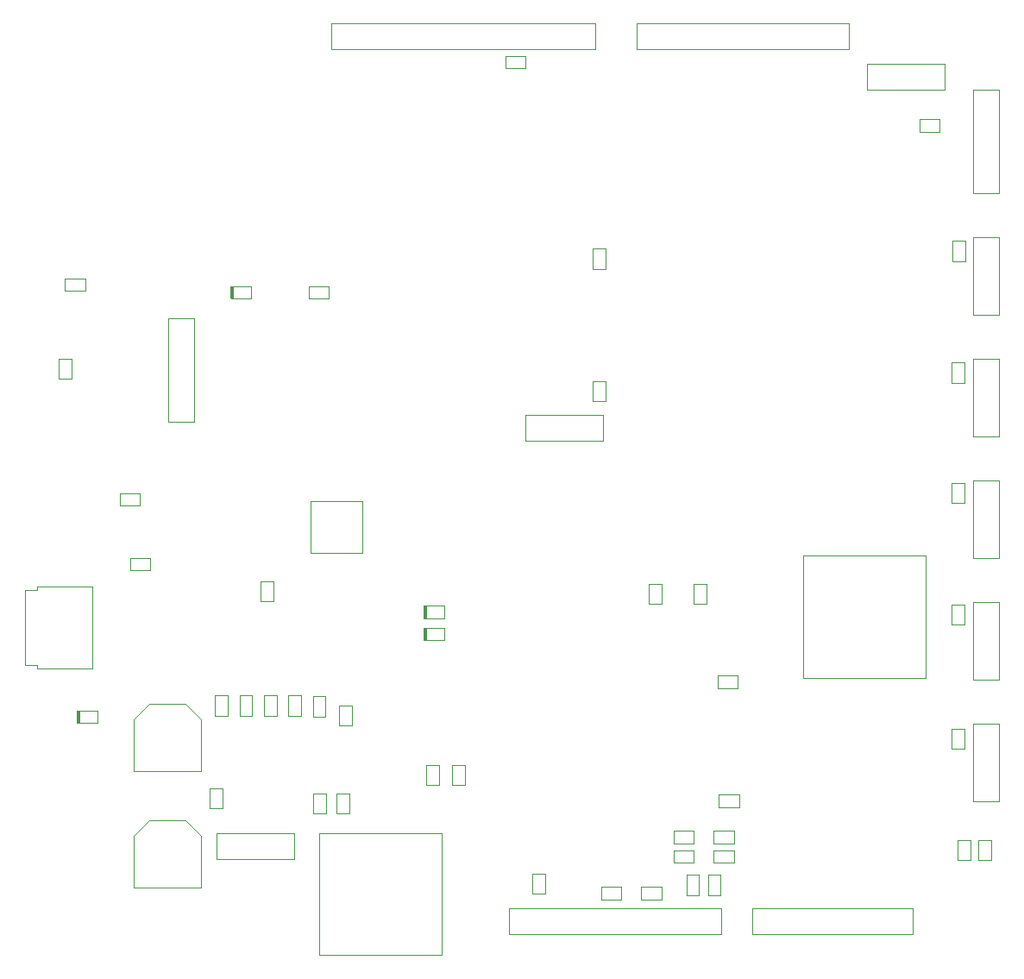
<source format=gbr>
%TF.GenerationSoftware,Altium Limited,Altium Designer,24.3.1 (35)*%
G04 Layer_Color=32768*
%FSLAX45Y45*%
%MOMM*%
%TF.SameCoordinates,7E0553B6-A888-4128-BDB4-EB5F29F5F182*%
%TF.FilePolarity,Positive*%
%TF.FileFunction,Other,Top_Component_Outline*%
%TF.Part,Single*%
G01*
G75*
%TA.AperFunction,NonConductor*%
%ADD59C,0.10000*%
%ADD106R,0.29999X1.25000*%
D59*
X7532100Y3426700D02*
X7657100D01*
X7532100Y3226700D02*
X7657100D01*
Y3426700D01*
X7532100Y3226700D02*
Y3426700D01*
X5359400Y6578600D02*
X5867400D01*
Y7086600D01*
X5359400D02*
X5867400D01*
X5359400Y6578600D02*
Y7086600D01*
X8405800Y3171700D02*
Y3296700D01*
X8205800Y3171700D02*
Y3296700D01*
Y3171700D02*
X8405800D01*
X8205800Y3296700D02*
X8405800D01*
X8799500Y3171700D02*
Y3296700D01*
X8599500Y3171700D02*
Y3296700D01*
Y3171700D02*
X8799500D01*
X8599500Y3296700D02*
X8799500D01*
X9348800Y5246100D02*
Y5371100D01*
X9548800Y5246100D02*
Y5371100D01*
X9348800D02*
X9548800D01*
X9348800Y5246100D02*
X9548800D01*
X4432300Y3822700D02*
X5194300D01*
X4432300Y3568700D02*
X5194300D01*
X4432300D02*
Y3822700D01*
X5194300Y3568700D02*
Y3822700D01*
X6465900Y6056900D02*
X6665900D01*
X6465900Y5931900D02*
Y6056900D01*
Y5931900D02*
X6665900D01*
Y6056900D01*
X8129000Y8061000D02*
X8254000D01*
X8129000Y8261000D02*
X8254000D01*
X8129000Y8061000D02*
Y8261000D01*
X8254000Y8061000D02*
Y8261000D01*
X8129000Y9361500D02*
X8254000D01*
X8129000Y9561500D02*
X8254000D01*
X8129000Y9361500D02*
Y9561500D01*
X8254000Y9361500D02*
Y9561500D01*
X7467600Y7932400D02*
X8229600D01*
X7467600Y7678400D02*
X8229600D01*
X7467600D02*
Y7932400D01*
X8229600Y7678400D02*
Y7932400D01*
X11913600Y3557600D02*
X12038600D01*
X11913600Y3757600D02*
X12038600D01*
X11913600Y3557600D02*
Y3757600D01*
X12038600Y3557600D02*
Y3757600D01*
X11710400Y3557600D02*
X11835400D01*
X11710400Y3757600D02*
X11835400D01*
X11710400Y3557600D02*
Y3757600D01*
X11835400Y3557600D02*
Y3757600D01*
X10820400Y11379200D02*
X11582400D01*
X10820400Y11125200D02*
X11582400D01*
X10820400D02*
Y11379200D01*
X11582400Y11125200D02*
Y11379200D01*
X11330000Y10707100D02*
Y10832100D01*
X11530000Y10707100D02*
Y10832100D01*
X11330000D02*
X11530000D01*
X11330000Y10707100D02*
X11530000D01*
X10192300Y5347600D02*
Y6547600D01*
Y5347600D02*
X11392300D01*
Y6547600D01*
X10192300D02*
X11392300D01*
X8675100Y6072200D02*
Y6272200D01*
X8800100Y6072200D02*
Y6272200D01*
X8675100Y6072200D02*
X8800100D01*
X8675100Y6272200D02*
X8800100D01*
X9119600Y6072200D02*
Y6272200D01*
X9244600Y6072200D02*
Y6272200D01*
X9119600Y6072200D02*
X9244600D01*
X9119600Y6272200D02*
X9244600D01*
X9510700Y3722100D02*
Y3847100D01*
X9310700Y3722100D02*
Y3847100D01*
Y3722100D02*
X9510700D01*
X9310700Y3847100D02*
X9510700D01*
Y3531600D02*
Y3656600D01*
X9310700Y3531600D02*
Y3656600D01*
Y3531600D02*
X9510700D01*
X9310700Y3656600D02*
X9510700D01*
X8917000Y3722100D02*
Y3847100D01*
X9117000Y3722100D02*
Y3847100D01*
X8917000D02*
X9117000D01*
X8917000Y3722100D02*
X9117000D01*
X8917000Y3531600D02*
Y3656600D01*
X9117000Y3531600D02*
Y3656600D01*
X8917000D02*
X9117000D01*
X8917000Y3531600D02*
X9117000D01*
X9261800Y3214700D02*
X9381800D01*
Y3414700D01*
X9261800D02*
X9381800D01*
X9261800Y3214700D02*
Y3414700D01*
X9045900Y3214700D02*
X9165900D01*
Y3414700D01*
X9045900D02*
X9165900D01*
X9045900Y3214700D02*
Y3414700D01*
X9361500Y4077700D02*
Y4202700D01*
X9561500Y4077700D02*
Y4202700D01*
X9361500D02*
X9561500D01*
X9361500Y4077700D02*
X9561500D01*
X3062300Y5028200D02*
X3262300D01*
X3062300Y4903200D02*
Y5028200D01*
Y4903200D02*
X3262300D01*
Y5028200D01*
X11646900Y4849800D02*
X11771900D01*
X11646900Y4649800D02*
X11771900D01*
Y4849800D01*
X11646900Y4649800D02*
Y4849800D01*
X11861800Y4140200D02*
Y4902200D01*
X12115800Y4140200D02*
Y4902200D01*
X11861800Y4140200D02*
X12115800D01*
X11861800Y4902200D02*
X12115800D01*
X11646900Y6069000D02*
X11771900D01*
X11646900Y5869000D02*
X11771900D01*
Y6069000D01*
X11646900Y5869000D02*
Y6069000D01*
X11861800Y5334000D02*
Y6096000D01*
X12115800Y5334000D02*
Y6096000D01*
X11861800Y5334000D02*
X12115800D01*
X11861800Y6096000D02*
X12115800D01*
X11646900Y7262800D02*
X11771900D01*
X11646900Y7062800D02*
X11771900D01*
Y7262800D01*
X11646900Y7062800D02*
Y7262800D01*
X11861800Y6527800D02*
Y7289800D01*
X12115800Y6527800D02*
Y7289800D01*
X11861800Y6527800D02*
X12115800D01*
X11861800Y7289800D02*
X12115800D01*
X11646900Y8443900D02*
X11771900D01*
X11646900Y8243900D02*
X11771900D01*
Y8443900D01*
X11646900Y8243900D02*
Y8443900D01*
X11861800Y7721600D02*
Y8483600D01*
X12115800Y7721600D02*
Y8483600D01*
X11861800Y7721600D02*
X12115800D01*
X11861800Y8483600D02*
X12115800D01*
X11659600Y9637700D02*
X11784600D01*
X11659600Y9437700D02*
X11784600D01*
Y9637700D01*
X11659600Y9437700D02*
Y9637700D01*
X11861800Y8915400D02*
Y9677400D01*
X12115800Y8915400D02*
Y9677400D01*
X11861800Y8915400D02*
X12115800D01*
X11861800Y9677400D02*
X12115800D01*
X11861800Y10109200D02*
Y11125200D01*
X12115800Y10109200D02*
Y11125200D01*
X11861800Y10109200D02*
X12115800D01*
X11861800Y11125200D02*
X12115800D01*
X6465900Y5841000D02*
X6665900D01*
X6465900Y5716000D02*
Y5841000D01*
Y5716000D02*
X6665900D01*
Y5841000D01*
X6869700Y4294200D02*
Y4494200D01*
X6744700Y4294200D02*
Y4494200D01*
X6869700D01*
X6744700Y4294200D02*
X6869700D01*
X6615700D02*
Y4494200D01*
X6490700Y4294200D02*
Y4494200D01*
X6615700D01*
X6490700Y4294200D02*
X6615700D01*
X5639800Y5078400D02*
X5764800D01*
X5639800Y4878400D02*
X5764800D01*
Y5078400D01*
X5639800Y4878400D02*
Y5078400D01*
X5261880Y4977300D02*
Y5177300D01*
X5136880Y4977300D02*
Y5177300D01*
X5261880D01*
X5136880Y4977300D02*
X5261880D01*
X5023120D02*
Y5177300D01*
X4898120Y4977300D02*
Y5177300D01*
X5023120D01*
X4898120Y4977300D02*
X5023120D01*
X4545600D02*
Y5177300D01*
X4420600Y4977300D02*
Y5177300D01*
X4545600D01*
X4420600Y4977300D02*
X4545600D01*
X4784360D02*
Y5177300D01*
X4659360Y4977300D02*
Y5177300D01*
X4784360D01*
X4659360Y4977300D02*
X4784360D01*
X5380640Y4967300D02*
Y5167300D01*
X5500640D01*
Y4967300D02*
Y5167300D01*
X5380640Y4967300D02*
X5500640D01*
X5335600Y9193800D02*
X5535600D01*
X5335600Y9068800D02*
X5535600D01*
X5335600D02*
Y9193800D01*
X5535600Y9068800D02*
Y9193800D01*
X4573600Y9193800D02*
X4773600D01*
X4573600Y9068800D02*
Y9193800D01*
Y9068800D02*
X4773600D01*
Y9193800D01*
X2943900Y9145000D02*
X3143900D01*
X2943900Y9270000D02*
X3143900D01*
Y9145000D02*
Y9270000D01*
X2943900Y9145000D02*
Y9270000D01*
X3481400Y7161800D02*
X3681400D01*
X3481400Y7036800D02*
X3681400D01*
X3481400D02*
Y7161800D01*
X3681400Y7036800D02*
Y7161800D01*
X3783000Y6401800D02*
Y6526800D01*
X3583000Y6401800D02*
Y6526800D01*
Y6401800D02*
X3783000D01*
X3583000Y6526800D02*
X3783000D01*
X5614400Y4014800D02*
Y4214800D01*
X5739400Y4014800D02*
Y4214800D01*
X5614400Y4014800D02*
X5739400D01*
X5614400Y4214800D02*
X5739400D01*
X5385800Y4014800D02*
Y4214800D01*
X5510800Y4014800D02*
Y4214800D01*
X5385800Y4014800D02*
X5510800D01*
X5385800Y4214800D02*
X5510800D01*
X4369800Y4065600D02*
Y4265600D01*
X4494800Y4065600D02*
Y4265600D01*
X4369800Y4065600D02*
X4494800D01*
X4369800Y4265600D02*
X4494800D01*
X5445200Y3825800D02*
X6645200D01*
Y2625800D02*
Y3825800D01*
X5445200Y2625800D02*
X6645200D01*
X5445200D02*
Y3825800D01*
X9690500Y3084100D02*
X11264500D01*
Y2834100D02*
Y3084100D01*
X9690500Y2834100D02*
X11264500D01*
X9690500D02*
Y3084100D01*
X7302900D02*
X9384900D01*
Y2834100D02*
Y3084100D01*
X7302900Y2834100D02*
X9384900D01*
X7302900D02*
Y3084100D01*
X2883900Y8282000D02*
Y8482000D01*
X3008900Y8282000D02*
Y8482000D01*
X2883900Y8282000D02*
X3008900D01*
X2883900Y8482000D02*
X3008900D01*
X8560000Y11520900D02*
X10642000D01*
X8560000D02*
Y11770900D01*
X10642000D01*
Y11520900D02*
Y11770900D01*
X5563000Y11770900D02*
X8153000D01*
Y11520900D02*
Y11770900D01*
X5563000Y11520900D02*
X8153000D01*
X5563000D02*
Y11770900D01*
X7266000Y11329400D02*
X7466000D01*
X7266000Y11454400D02*
X7466000D01*
Y11329400D02*
Y11454400D01*
X7266000Y11329400D02*
Y11454400D01*
X2672900Y5442000D02*
Y5472000D01*
X2552900D02*
X2672900D01*
X2552900D02*
Y6212000D01*
X2672900D01*
Y6242000D01*
X3212900Y5442000D02*
Y6242000D01*
X2672900D02*
X3212900D01*
X2672900Y5442000D02*
X3212900D01*
X3619700Y4432484D02*
X4279700D01*
X3619700D02*
Y4937484D01*
X3774700Y5092484D02*
X4124700D01*
X3619700Y4937484D02*
X3774700Y5092484D01*
X4124700D02*
X4279700Y4937484D01*
Y4432484D02*
Y4937484D01*
X3619700Y3289484D02*
X4279700D01*
X3619700D02*
Y3794484D01*
X3774700Y3949484D02*
X4124700D01*
X3619700Y3794484D02*
X3774700Y3949484D01*
X4124700D02*
X4279700Y3794484D01*
Y3289484D02*
Y3794484D01*
X4216400Y7861300D02*
Y8877300D01*
X3962400Y7861300D02*
Y8877300D01*
X4216400D01*
X3962400Y7861300D02*
X4216400D01*
X4865100Y6297600D02*
X4990100D01*
X4865100Y6097600D02*
X4990100D01*
Y6297600D01*
X4865100Y6097600D02*
Y6297600D01*
D106*
X6480900Y5994400D02*
D03*
X3077300Y4965700D02*
D03*
X6480900Y5778500D02*
D03*
X4588600Y9131300D02*
D03*
%TF.MD5,26aa95fd7f70b3c7c791a40f535f5809*%
M02*

</source>
